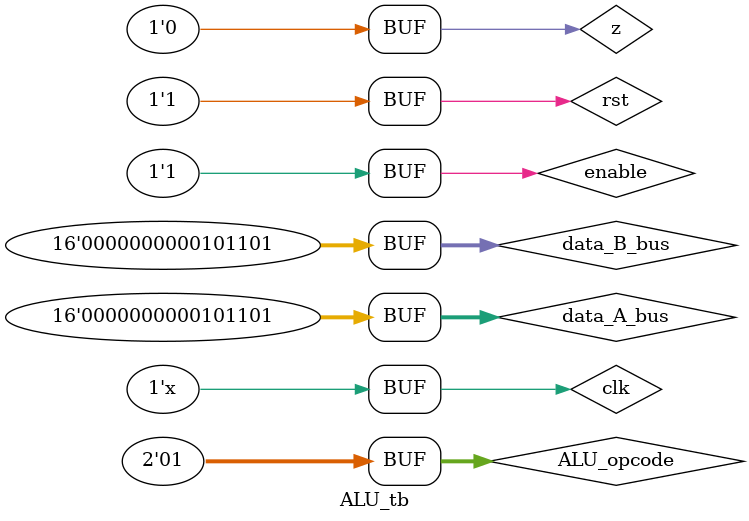
<source format=v>
module ALU_tb;
     reg clk,enable,rst;
     reg [1:0] ALU_opcode;
     reg [15:0] data_A_bus,data_B_bus;

     wire z = 1'd0;
     wire [15:0] data_C_bus;


     parameter clk_period = 10;

     ALU alu_1(clk,enable,rst,ALU_opcode,data_A_bus,data_B_bus,z,data_C_bus);
    initial begin
       clk = 0;
    end
     
     always 
       #(clk_period/2) clk = ~clk;


     initial
         begin
            rst = 0; enable = 0; data_A_bus = 16'd6304; data_B_bus = 16'd1843;
            #(clk_period*5)

            enable = 1;
            #clk_period

            ALU_opcode = 2'd0;
            #clk_period

            ALU_opcode = 2'd1;
            #clk_period

            rst = 1;
            #clk_period

            rst = 0; data_A_bus = 16'd45; data_B_bus = 16'd20; ALU_opcode = 2'd2;
            #clk_period

            data_A_bus = 16'd45; data_B_bus = 16'd45; ALU_opcode = 2'd1;
            #clk_period

            rst = 1;
        end 
endmodule
     

</source>
